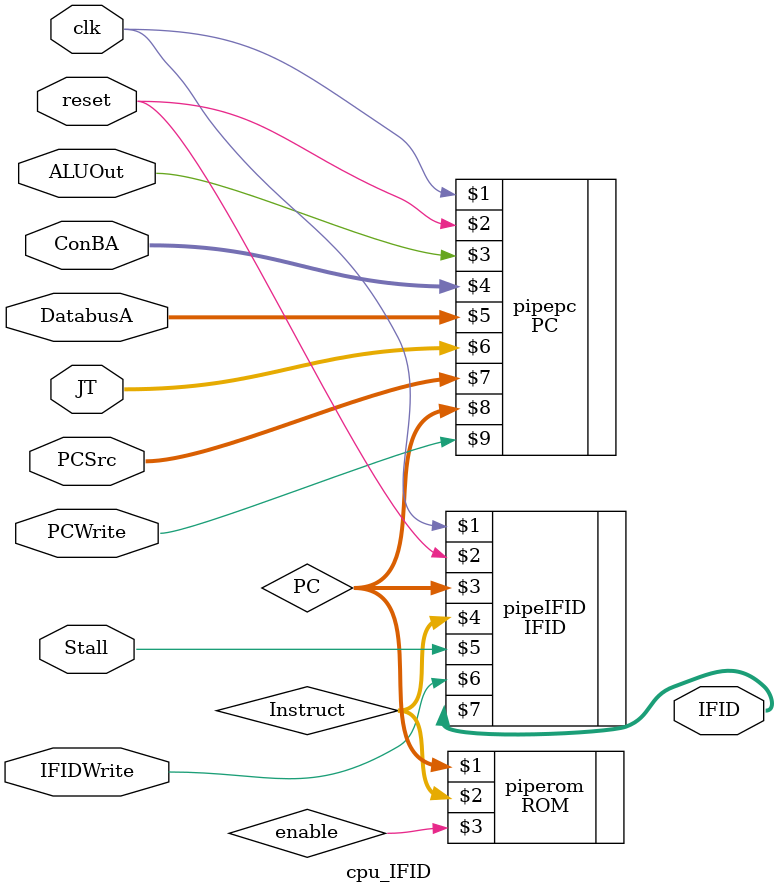
<source format=v>
module cpu_IFID(clk,PCSrc,ALUOut,JT,ConBA,DatabusA,reset,PCWrite,IFIDWrite,Stall,IFID);
input clk,reset,PCWrite,ALUOut,IFIDWrite,Stall;
input[2:0] PCSrc;
input[25:0] JT;
input[31:0] DatabusA,ConBA;
output[63:0] IFID;
wire[31:0] PC,Instruct;
PC pipepc(clk,reset,ALUOut,ConBA,DatabusA,JT,PCSrc,PC,PCWrite);
ROM piperom(PC,Instruct,enable);
IFID pipeIFID(clk,reset,PC,Instruct,Stall,IFIDWrite,IFID);
endmodule
</source>
